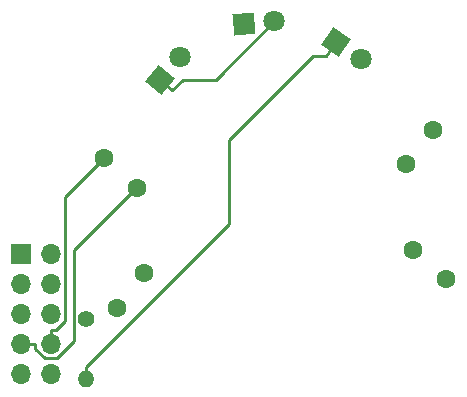
<source format=gbr>
%TF.GenerationSoftware,KiCad,Pcbnew,7.0.9*%
%TF.CreationDate,2023-12-03T08:32:59+10:00*%
%TF.ProjectId,BATT-PCB,42415454-2d50-4434-922e-6b696361645f,rev?*%
%TF.SameCoordinates,Original*%
%TF.FileFunction,Copper,L2,Bot*%
%TF.FilePolarity,Positive*%
%FSLAX46Y46*%
G04 Gerber Fmt 4.6, Leading zero omitted, Abs format (unit mm)*
G04 Created by KiCad (PCBNEW 7.0.9) date 2023-12-03 08:32:59*
%MOMM*%
%LPD*%
G01*
G04 APERTURE LIST*
G04 Aperture macros list*
%AMRotRect*
0 Rectangle, with rotation*
0 The origin of the aperture is its center*
0 $1 length*
0 $2 width*
0 $3 Rotation angle, in degrees counterclockwise*
0 Add horizontal line*
21,1,$1,$2,0,0,$3*%
G04 Aperture macros list end*
%TA.AperFunction,ComponentPad*%
%ADD10C,1.400000*%
%TD*%
%TA.AperFunction,ComponentPad*%
%ADD11O,1.400000X1.400000*%
%TD*%
%TA.AperFunction,ComponentPad*%
%ADD12RotRect,1.800000X1.800000X50.000000*%
%TD*%
%TA.AperFunction,ComponentPad*%
%ADD13C,1.800000*%
%TD*%
%TA.AperFunction,ComponentPad*%
%ADD14RotRect,1.800000X1.800000X5.000000*%
%TD*%
%TA.AperFunction,ComponentPad*%
%ADD15RotRect,1.800000X1.800000X325.000000*%
%TD*%
%TA.AperFunction,ComponentPad*%
%ADD16R,1.700000X1.700000*%
%TD*%
%TA.AperFunction,ComponentPad*%
%ADD17O,1.700000X1.700000*%
%TD*%
%TA.AperFunction,ComponentPad*%
%ADD18C,1.600000*%
%TD*%
%TA.AperFunction,Conductor*%
%ADD19C,0.250000*%
%TD*%
G04 APERTURE END LIST*
D10*
%TO.P,R1,1*%
%TO.N,/LED-12V*%
X75000000Y-85000000D03*
D11*
%TO.P,R1,2*%
%TO.N,Net-(D1-Pad1)*%
X75000000Y-90080000D03*
%TD*%
D12*
%TO.P,D3,1,K*%
%TO.N,Net-(D2-Pad2)*%
X81292300Y-64720800D03*
D13*
%TO.P,D3,2,A*%
%TO.N,/LED+12V*%
X82924981Y-62775047D03*
%TD*%
D14*
%TO.P,D2,1,K*%
%TO.N,Net-(D1-Pad2)*%
X88379900Y-59986100D03*
D13*
%TO.P,D2,2,A*%
%TO.N,Net-(D2-Pad2)*%
X90910235Y-59764724D03*
%TD*%
D15*
%TO.P,D1,1,K*%
%TO.N,Net-(D1-Pad1)*%
X96150000Y-61500000D03*
D13*
%TO.P,D1,2,A*%
%TO.N,Net-(D1-Pad2)*%
X98230646Y-62956884D03*
%TD*%
D16*
%TO.P,J1,1,Pin_1*%
%TO.N,/STEPPER-1-1*%
X69500000Y-79500000D03*
D17*
%TO.P,J1,2,Pin_2*%
%TO.N,/STEPPER-2-1*%
X72040000Y-79500000D03*
%TO.P,J1,3,Pin_3*%
%TO.N,/STEPPER-1-2*%
X69500000Y-82040000D03*
%TO.P,J1,4,Pin_4*%
%TO.N,/STEPPER-2-2*%
X72040000Y-82040000D03*
%TO.P,J1,5,Pin_5*%
%TO.N,/STEPPER-1-3*%
X69500000Y-84580000D03*
%TO.P,J1,6,Pin_6*%
%TO.N,/STEPPER-2-3*%
X72040000Y-84580000D03*
%TO.P,J1,7,Pin_7*%
%TO.N,/STEPPER-1-4*%
X69500000Y-87120000D03*
%TO.P,J1,8,Pin_8*%
%TO.N,/STEPPER-2-4*%
X72040000Y-87120000D03*
%TO.P,J1,9,Pin_9*%
%TO.N,/LED+12V*%
X69500000Y-89660000D03*
%TO.P,J1,10,Pin_10*%
%TO.N,/LED-12V*%
X72040000Y-89660000D03*
%TD*%
D18*
%TO.P,U1,1*%
%TO.N,/STEPPER-1-1*%
X102070130Y-71887623D03*
%TO.P,U1,2*%
%TO.N,/STEPPER-1-2*%
X102702881Y-79119997D03*
%TO.P,U1,3*%
%TO.N,/STEPPER-1-3*%
X79929870Y-81112377D03*
%TO.P,U1,4*%
%TO.N,/STEPPER-1-4*%
X79297119Y-73880003D03*
%TO.P,U1,5*%
%TO.N,/STEPPER-2-1*%
X104362529Y-68946636D03*
%TO.P,U1,6*%
%TO.N,/STEPPER-2-2*%
X105501036Y-81615618D03*
%TO.P,U1,7*%
%TO.N,/STEPPER-2-3*%
X77607585Y-84055979D03*
%TO.P,U1,8*%
%TO.N,/STEPPER-2-4*%
X76498964Y-71384382D03*
%TD*%
D19*
%TO.N,/STEPPER-2-4*%
X72407400Y-85944700D02*
X72040000Y-85944700D01*
X73215300Y-85136800D02*
X72407400Y-85944700D01*
X73215300Y-74668100D02*
X73215300Y-85136800D01*
X76499000Y-71384400D02*
X73215300Y-74668100D01*
X72040000Y-87120000D02*
X72040000Y-85944700D01*
%TO.N,/STEPPER-1-4*%
X70675300Y-87487400D02*
X70675300Y-87120000D01*
X71483200Y-88295300D02*
X70675300Y-87487400D01*
X72531100Y-88295300D02*
X71483200Y-88295300D01*
X73974600Y-86851800D02*
X72531100Y-88295300D01*
X73974600Y-79128100D02*
X73974600Y-86851800D01*
X79222700Y-73880000D02*
X73974600Y-79128100D01*
X79297100Y-73880000D02*
X79222700Y-73880000D01*
X69500000Y-87120000D02*
X70675300Y-87120000D01*
%TO.N,Net-(D2-Pad2)*%
X83169600Y-64720800D02*
X82313000Y-65577400D01*
X85954100Y-64720800D02*
X83169600Y-64720800D01*
X90910200Y-59764700D02*
X85954100Y-64720800D01*
X81292300Y-64720800D02*
X82313000Y-65577400D01*
%TO.N,Net-(D1-Pad1)*%
X87079500Y-76975200D02*
X75000000Y-89054700D01*
X87079500Y-69835700D02*
X87079500Y-76975200D01*
X94234500Y-62680700D02*
X87079500Y-69835700D01*
X95323200Y-62680700D02*
X94234500Y-62680700D01*
X96150000Y-61500000D02*
X95323200Y-62680700D01*
X75000000Y-90080000D02*
X75000000Y-89054700D01*
%TD*%
M02*

</source>
